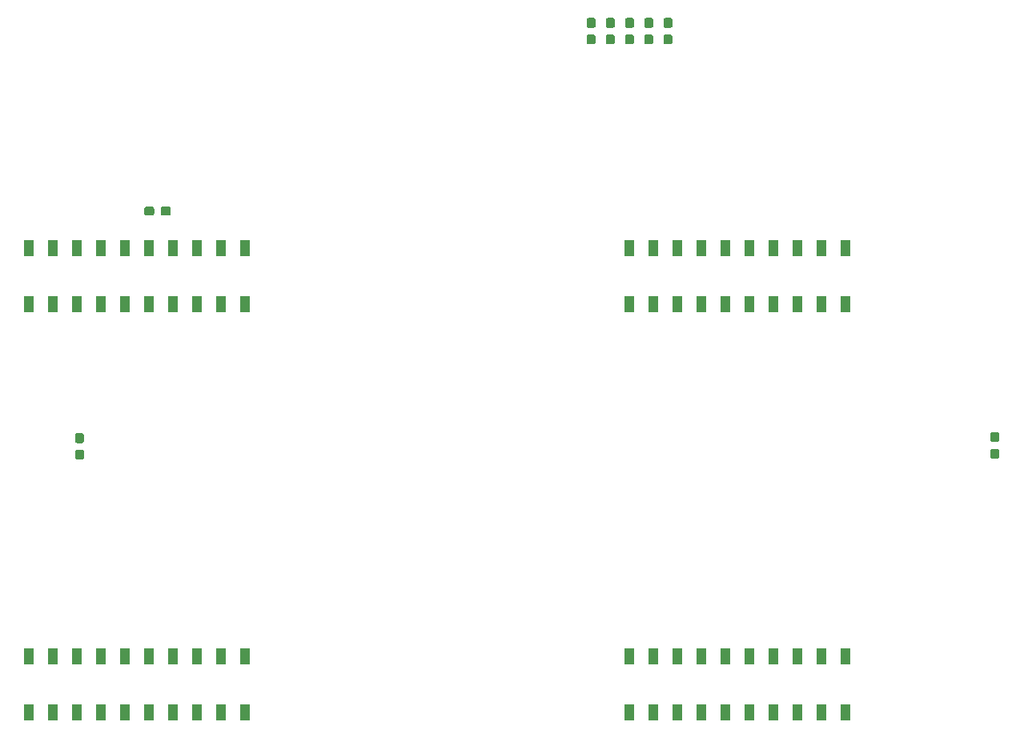
<source format=gbr>
G04 #@! TF.GenerationSoftware,KiCad,Pcbnew,(5.0.0)*
G04 #@! TF.CreationDate,2018-12-18T22:35:00-06:00*
G04 #@! TF.ProjectId,ArmMotorController_Hardware,41726D4D6F746F72436F6E74726F6C6C,rev?*
G04 #@! TF.SameCoordinates,Original*
G04 #@! TF.FileFunction,Paste,Bot*
G04 #@! TF.FilePolarity,Positive*
%FSLAX46Y46*%
G04 Gerber Fmt 4.6, Leading zero omitted, Abs format (unit mm)*
G04 Created by KiCad (PCBNEW (5.0.0)) date 12/18/18 22:35:00*
%MOMM*%
%LPD*%
G01*
G04 APERTURE LIST*
%ADD10R,0.990600X1.778000*%
%ADD11C,0.100000*%
%ADD12C,0.950000*%
G04 APERTURE END LIST*
D10*
G04 #@! TO.C,U3*
X104140000Y-138836400D03*
X127000000Y-89763600D03*
X124460000Y-89763600D03*
X116840000Y-89763600D03*
X114300000Y-132943600D03*
X119380000Y-89763600D03*
X121920000Y-89763600D03*
X119380000Y-138836400D03*
X124460000Y-132943600D03*
X114300000Y-89763600D03*
X111760000Y-89763600D03*
X124460000Y-138836400D03*
X119380000Y-132943600D03*
X116840000Y-132943600D03*
X104140000Y-132943600D03*
X106680000Y-132943600D03*
X109220000Y-132943600D03*
X111760000Y-132943600D03*
X121920000Y-132943600D03*
X127000000Y-132943600D03*
X106680000Y-138836400D03*
X109220000Y-138836400D03*
X111760000Y-138836400D03*
X114300000Y-138836400D03*
X116840000Y-138836400D03*
X121920000Y-138836400D03*
X127000000Y-138836400D03*
X104140000Y-95656400D03*
X106680000Y-95656400D03*
X109220000Y-95656400D03*
X111760000Y-95656400D03*
X114300000Y-95656400D03*
X116840000Y-95656400D03*
X119380000Y-95656400D03*
X121920000Y-95656400D03*
X124460000Y-95656400D03*
X127000000Y-95656400D03*
X104140000Y-89763600D03*
X106680000Y-89763600D03*
X109220000Y-89763600D03*
X40640000Y-132943600D03*
X43180000Y-132943600D03*
X45720000Y-132943600D03*
X48260000Y-132943600D03*
X50800000Y-132943600D03*
X53340000Y-132943600D03*
X55880000Y-132943600D03*
X58420000Y-132943600D03*
X60960000Y-132943600D03*
X63500000Y-132943600D03*
X40640000Y-138836400D03*
X43180000Y-138836400D03*
X45720000Y-138836400D03*
X48260000Y-138836400D03*
X50800000Y-138836400D03*
X53340000Y-138836400D03*
X55880000Y-138836400D03*
X58420000Y-138836400D03*
X60960000Y-138836400D03*
X63500000Y-138836400D03*
X40640000Y-95656400D03*
X43180000Y-95656400D03*
X45720000Y-95656400D03*
X48260000Y-95656400D03*
X50800000Y-95656400D03*
X53340000Y-95656400D03*
X55880000Y-95656400D03*
X58420000Y-95656400D03*
X60960000Y-95656400D03*
X63500000Y-95656400D03*
X40640000Y-89763600D03*
X43180000Y-89763600D03*
X45720000Y-89763600D03*
X48260000Y-89763600D03*
X50800000Y-89763600D03*
X53340000Y-89763600D03*
X55880000Y-89763600D03*
X58420000Y-89763600D03*
X60960000Y-89763600D03*
X63500000Y-89763600D03*
G04 #@! TD*
D11*
G04 #@! TO.C,C5*
G36*
X104400779Y-67167144D02*
X104423834Y-67170563D01*
X104446443Y-67176227D01*
X104468387Y-67184079D01*
X104489457Y-67194044D01*
X104509448Y-67206026D01*
X104528168Y-67219910D01*
X104545438Y-67235562D01*
X104561090Y-67252832D01*
X104574974Y-67271552D01*
X104586956Y-67291543D01*
X104596921Y-67312613D01*
X104604773Y-67334557D01*
X104610437Y-67357166D01*
X104613856Y-67380221D01*
X104615000Y-67403500D01*
X104615000Y-67978500D01*
X104613856Y-68001779D01*
X104610437Y-68024834D01*
X104604773Y-68047443D01*
X104596921Y-68069387D01*
X104586956Y-68090457D01*
X104574974Y-68110448D01*
X104561090Y-68129168D01*
X104545438Y-68146438D01*
X104528168Y-68162090D01*
X104509448Y-68175974D01*
X104489457Y-68187956D01*
X104468387Y-68197921D01*
X104446443Y-68205773D01*
X104423834Y-68211437D01*
X104400779Y-68214856D01*
X104377500Y-68216000D01*
X103902500Y-68216000D01*
X103879221Y-68214856D01*
X103856166Y-68211437D01*
X103833557Y-68205773D01*
X103811613Y-68197921D01*
X103790543Y-68187956D01*
X103770552Y-68175974D01*
X103751832Y-68162090D01*
X103734562Y-68146438D01*
X103718910Y-68129168D01*
X103705026Y-68110448D01*
X103693044Y-68090457D01*
X103683079Y-68069387D01*
X103675227Y-68047443D01*
X103669563Y-68024834D01*
X103666144Y-68001779D01*
X103665000Y-67978500D01*
X103665000Y-67403500D01*
X103666144Y-67380221D01*
X103669563Y-67357166D01*
X103675227Y-67334557D01*
X103683079Y-67312613D01*
X103693044Y-67291543D01*
X103705026Y-67271552D01*
X103718910Y-67252832D01*
X103734562Y-67235562D01*
X103751832Y-67219910D01*
X103770552Y-67206026D01*
X103790543Y-67194044D01*
X103811613Y-67184079D01*
X103833557Y-67176227D01*
X103856166Y-67170563D01*
X103879221Y-67167144D01*
X103902500Y-67166000D01*
X104377500Y-67166000D01*
X104400779Y-67167144D01*
X104400779Y-67167144D01*
G37*
D12*
X104140000Y-67691000D03*
D11*
G36*
X104400779Y-65417144D02*
X104423834Y-65420563D01*
X104446443Y-65426227D01*
X104468387Y-65434079D01*
X104489457Y-65444044D01*
X104509448Y-65456026D01*
X104528168Y-65469910D01*
X104545438Y-65485562D01*
X104561090Y-65502832D01*
X104574974Y-65521552D01*
X104586956Y-65541543D01*
X104596921Y-65562613D01*
X104604773Y-65584557D01*
X104610437Y-65607166D01*
X104613856Y-65630221D01*
X104615000Y-65653500D01*
X104615000Y-66228500D01*
X104613856Y-66251779D01*
X104610437Y-66274834D01*
X104604773Y-66297443D01*
X104596921Y-66319387D01*
X104586956Y-66340457D01*
X104574974Y-66360448D01*
X104561090Y-66379168D01*
X104545438Y-66396438D01*
X104528168Y-66412090D01*
X104509448Y-66425974D01*
X104489457Y-66437956D01*
X104468387Y-66447921D01*
X104446443Y-66455773D01*
X104423834Y-66461437D01*
X104400779Y-66464856D01*
X104377500Y-66466000D01*
X103902500Y-66466000D01*
X103879221Y-66464856D01*
X103856166Y-66461437D01*
X103833557Y-66455773D01*
X103811613Y-66447921D01*
X103790543Y-66437956D01*
X103770552Y-66425974D01*
X103751832Y-66412090D01*
X103734562Y-66396438D01*
X103718910Y-66379168D01*
X103705026Y-66360448D01*
X103693044Y-66340457D01*
X103683079Y-66319387D01*
X103675227Y-66297443D01*
X103669563Y-66274834D01*
X103666144Y-66251779D01*
X103665000Y-66228500D01*
X103665000Y-65653500D01*
X103666144Y-65630221D01*
X103669563Y-65607166D01*
X103675227Y-65584557D01*
X103683079Y-65562613D01*
X103693044Y-65541543D01*
X103705026Y-65521552D01*
X103718910Y-65502832D01*
X103734562Y-65485562D01*
X103751832Y-65469910D01*
X103770552Y-65456026D01*
X103790543Y-65444044D01*
X103811613Y-65434079D01*
X103833557Y-65426227D01*
X103856166Y-65420563D01*
X103879221Y-65417144D01*
X103902500Y-65416000D01*
X104377500Y-65416000D01*
X104400779Y-65417144D01*
X104400779Y-65417144D01*
G37*
D12*
X104140000Y-65941000D03*
G04 #@! TD*
D11*
G04 #@! TO.C,C1*
G36*
X108464779Y-67167144D02*
X108487834Y-67170563D01*
X108510443Y-67176227D01*
X108532387Y-67184079D01*
X108553457Y-67194044D01*
X108573448Y-67206026D01*
X108592168Y-67219910D01*
X108609438Y-67235562D01*
X108625090Y-67252832D01*
X108638974Y-67271552D01*
X108650956Y-67291543D01*
X108660921Y-67312613D01*
X108668773Y-67334557D01*
X108674437Y-67357166D01*
X108677856Y-67380221D01*
X108679000Y-67403500D01*
X108679000Y-67978500D01*
X108677856Y-68001779D01*
X108674437Y-68024834D01*
X108668773Y-68047443D01*
X108660921Y-68069387D01*
X108650956Y-68090457D01*
X108638974Y-68110448D01*
X108625090Y-68129168D01*
X108609438Y-68146438D01*
X108592168Y-68162090D01*
X108573448Y-68175974D01*
X108553457Y-68187956D01*
X108532387Y-68197921D01*
X108510443Y-68205773D01*
X108487834Y-68211437D01*
X108464779Y-68214856D01*
X108441500Y-68216000D01*
X107966500Y-68216000D01*
X107943221Y-68214856D01*
X107920166Y-68211437D01*
X107897557Y-68205773D01*
X107875613Y-68197921D01*
X107854543Y-68187956D01*
X107834552Y-68175974D01*
X107815832Y-68162090D01*
X107798562Y-68146438D01*
X107782910Y-68129168D01*
X107769026Y-68110448D01*
X107757044Y-68090457D01*
X107747079Y-68069387D01*
X107739227Y-68047443D01*
X107733563Y-68024834D01*
X107730144Y-68001779D01*
X107729000Y-67978500D01*
X107729000Y-67403500D01*
X107730144Y-67380221D01*
X107733563Y-67357166D01*
X107739227Y-67334557D01*
X107747079Y-67312613D01*
X107757044Y-67291543D01*
X107769026Y-67271552D01*
X107782910Y-67252832D01*
X107798562Y-67235562D01*
X107815832Y-67219910D01*
X107834552Y-67206026D01*
X107854543Y-67194044D01*
X107875613Y-67184079D01*
X107897557Y-67176227D01*
X107920166Y-67170563D01*
X107943221Y-67167144D01*
X107966500Y-67166000D01*
X108441500Y-67166000D01*
X108464779Y-67167144D01*
X108464779Y-67167144D01*
G37*
D12*
X108204000Y-67691000D03*
D11*
G36*
X108464779Y-65417144D02*
X108487834Y-65420563D01*
X108510443Y-65426227D01*
X108532387Y-65434079D01*
X108553457Y-65444044D01*
X108573448Y-65456026D01*
X108592168Y-65469910D01*
X108609438Y-65485562D01*
X108625090Y-65502832D01*
X108638974Y-65521552D01*
X108650956Y-65541543D01*
X108660921Y-65562613D01*
X108668773Y-65584557D01*
X108674437Y-65607166D01*
X108677856Y-65630221D01*
X108679000Y-65653500D01*
X108679000Y-66228500D01*
X108677856Y-66251779D01*
X108674437Y-66274834D01*
X108668773Y-66297443D01*
X108660921Y-66319387D01*
X108650956Y-66340457D01*
X108638974Y-66360448D01*
X108625090Y-66379168D01*
X108609438Y-66396438D01*
X108592168Y-66412090D01*
X108573448Y-66425974D01*
X108553457Y-66437956D01*
X108532387Y-66447921D01*
X108510443Y-66455773D01*
X108487834Y-66461437D01*
X108464779Y-66464856D01*
X108441500Y-66466000D01*
X107966500Y-66466000D01*
X107943221Y-66464856D01*
X107920166Y-66461437D01*
X107897557Y-66455773D01*
X107875613Y-66447921D01*
X107854543Y-66437956D01*
X107834552Y-66425974D01*
X107815832Y-66412090D01*
X107798562Y-66396438D01*
X107782910Y-66379168D01*
X107769026Y-66360448D01*
X107757044Y-66340457D01*
X107747079Y-66319387D01*
X107739227Y-66297443D01*
X107733563Y-66274834D01*
X107730144Y-66251779D01*
X107729000Y-66228500D01*
X107729000Y-65653500D01*
X107730144Y-65630221D01*
X107733563Y-65607166D01*
X107739227Y-65584557D01*
X107747079Y-65562613D01*
X107757044Y-65541543D01*
X107769026Y-65521552D01*
X107782910Y-65502832D01*
X107798562Y-65485562D01*
X107815832Y-65469910D01*
X107834552Y-65456026D01*
X107854543Y-65444044D01*
X107875613Y-65434079D01*
X107897557Y-65426227D01*
X107920166Y-65420563D01*
X107943221Y-65417144D01*
X107966500Y-65416000D01*
X108441500Y-65416000D01*
X108464779Y-65417144D01*
X108464779Y-65417144D01*
G37*
D12*
X108204000Y-65941000D03*
G04 #@! TD*
D11*
G04 #@! TO.C,C6*
G36*
X102368779Y-65417144D02*
X102391834Y-65420563D01*
X102414443Y-65426227D01*
X102436387Y-65434079D01*
X102457457Y-65444044D01*
X102477448Y-65456026D01*
X102496168Y-65469910D01*
X102513438Y-65485562D01*
X102529090Y-65502832D01*
X102542974Y-65521552D01*
X102554956Y-65541543D01*
X102564921Y-65562613D01*
X102572773Y-65584557D01*
X102578437Y-65607166D01*
X102581856Y-65630221D01*
X102583000Y-65653500D01*
X102583000Y-66228500D01*
X102581856Y-66251779D01*
X102578437Y-66274834D01*
X102572773Y-66297443D01*
X102564921Y-66319387D01*
X102554956Y-66340457D01*
X102542974Y-66360448D01*
X102529090Y-66379168D01*
X102513438Y-66396438D01*
X102496168Y-66412090D01*
X102477448Y-66425974D01*
X102457457Y-66437956D01*
X102436387Y-66447921D01*
X102414443Y-66455773D01*
X102391834Y-66461437D01*
X102368779Y-66464856D01*
X102345500Y-66466000D01*
X101870500Y-66466000D01*
X101847221Y-66464856D01*
X101824166Y-66461437D01*
X101801557Y-66455773D01*
X101779613Y-66447921D01*
X101758543Y-66437956D01*
X101738552Y-66425974D01*
X101719832Y-66412090D01*
X101702562Y-66396438D01*
X101686910Y-66379168D01*
X101673026Y-66360448D01*
X101661044Y-66340457D01*
X101651079Y-66319387D01*
X101643227Y-66297443D01*
X101637563Y-66274834D01*
X101634144Y-66251779D01*
X101633000Y-66228500D01*
X101633000Y-65653500D01*
X101634144Y-65630221D01*
X101637563Y-65607166D01*
X101643227Y-65584557D01*
X101651079Y-65562613D01*
X101661044Y-65541543D01*
X101673026Y-65521552D01*
X101686910Y-65502832D01*
X101702562Y-65485562D01*
X101719832Y-65469910D01*
X101738552Y-65456026D01*
X101758543Y-65444044D01*
X101779613Y-65434079D01*
X101801557Y-65426227D01*
X101824166Y-65420563D01*
X101847221Y-65417144D01*
X101870500Y-65416000D01*
X102345500Y-65416000D01*
X102368779Y-65417144D01*
X102368779Y-65417144D01*
G37*
D12*
X102108000Y-65941000D03*
D11*
G36*
X102368779Y-67167144D02*
X102391834Y-67170563D01*
X102414443Y-67176227D01*
X102436387Y-67184079D01*
X102457457Y-67194044D01*
X102477448Y-67206026D01*
X102496168Y-67219910D01*
X102513438Y-67235562D01*
X102529090Y-67252832D01*
X102542974Y-67271552D01*
X102554956Y-67291543D01*
X102564921Y-67312613D01*
X102572773Y-67334557D01*
X102578437Y-67357166D01*
X102581856Y-67380221D01*
X102583000Y-67403500D01*
X102583000Y-67978500D01*
X102581856Y-68001779D01*
X102578437Y-68024834D01*
X102572773Y-68047443D01*
X102564921Y-68069387D01*
X102554956Y-68090457D01*
X102542974Y-68110448D01*
X102529090Y-68129168D01*
X102513438Y-68146438D01*
X102496168Y-68162090D01*
X102477448Y-68175974D01*
X102457457Y-68187956D01*
X102436387Y-68197921D01*
X102414443Y-68205773D01*
X102391834Y-68211437D01*
X102368779Y-68214856D01*
X102345500Y-68216000D01*
X101870500Y-68216000D01*
X101847221Y-68214856D01*
X101824166Y-68211437D01*
X101801557Y-68205773D01*
X101779613Y-68197921D01*
X101758543Y-68187956D01*
X101738552Y-68175974D01*
X101719832Y-68162090D01*
X101702562Y-68146438D01*
X101686910Y-68129168D01*
X101673026Y-68110448D01*
X101661044Y-68090457D01*
X101651079Y-68069387D01*
X101643227Y-68047443D01*
X101637563Y-68024834D01*
X101634144Y-68001779D01*
X101633000Y-67978500D01*
X101633000Y-67403500D01*
X101634144Y-67380221D01*
X101637563Y-67357166D01*
X101643227Y-67334557D01*
X101651079Y-67312613D01*
X101661044Y-67291543D01*
X101673026Y-67271552D01*
X101686910Y-67252832D01*
X101702562Y-67235562D01*
X101719832Y-67219910D01*
X101738552Y-67206026D01*
X101758543Y-67194044D01*
X101779613Y-67184079D01*
X101801557Y-67176227D01*
X101824166Y-67170563D01*
X101847221Y-67167144D01*
X101870500Y-67166000D01*
X102345500Y-67166000D01*
X102368779Y-67167144D01*
X102368779Y-67167144D01*
G37*
D12*
X102108000Y-67691000D03*
G04 #@! TD*
D11*
G04 #@! TO.C,C4*
G36*
X106432779Y-65417144D02*
X106455834Y-65420563D01*
X106478443Y-65426227D01*
X106500387Y-65434079D01*
X106521457Y-65444044D01*
X106541448Y-65456026D01*
X106560168Y-65469910D01*
X106577438Y-65485562D01*
X106593090Y-65502832D01*
X106606974Y-65521552D01*
X106618956Y-65541543D01*
X106628921Y-65562613D01*
X106636773Y-65584557D01*
X106642437Y-65607166D01*
X106645856Y-65630221D01*
X106647000Y-65653500D01*
X106647000Y-66228500D01*
X106645856Y-66251779D01*
X106642437Y-66274834D01*
X106636773Y-66297443D01*
X106628921Y-66319387D01*
X106618956Y-66340457D01*
X106606974Y-66360448D01*
X106593090Y-66379168D01*
X106577438Y-66396438D01*
X106560168Y-66412090D01*
X106541448Y-66425974D01*
X106521457Y-66437956D01*
X106500387Y-66447921D01*
X106478443Y-66455773D01*
X106455834Y-66461437D01*
X106432779Y-66464856D01*
X106409500Y-66466000D01*
X105934500Y-66466000D01*
X105911221Y-66464856D01*
X105888166Y-66461437D01*
X105865557Y-66455773D01*
X105843613Y-66447921D01*
X105822543Y-66437956D01*
X105802552Y-66425974D01*
X105783832Y-66412090D01*
X105766562Y-66396438D01*
X105750910Y-66379168D01*
X105737026Y-66360448D01*
X105725044Y-66340457D01*
X105715079Y-66319387D01*
X105707227Y-66297443D01*
X105701563Y-66274834D01*
X105698144Y-66251779D01*
X105697000Y-66228500D01*
X105697000Y-65653500D01*
X105698144Y-65630221D01*
X105701563Y-65607166D01*
X105707227Y-65584557D01*
X105715079Y-65562613D01*
X105725044Y-65541543D01*
X105737026Y-65521552D01*
X105750910Y-65502832D01*
X105766562Y-65485562D01*
X105783832Y-65469910D01*
X105802552Y-65456026D01*
X105822543Y-65444044D01*
X105843613Y-65434079D01*
X105865557Y-65426227D01*
X105888166Y-65420563D01*
X105911221Y-65417144D01*
X105934500Y-65416000D01*
X106409500Y-65416000D01*
X106432779Y-65417144D01*
X106432779Y-65417144D01*
G37*
D12*
X106172000Y-65941000D03*
D11*
G36*
X106432779Y-67167144D02*
X106455834Y-67170563D01*
X106478443Y-67176227D01*
X106500387Y-67184079D01*
X106521457Y-67194044D01*
X106541448Y-67206026D01*
X106560168Y-67219910D01*
X106577438Y-67235562D01*
X106593090Y-67252832D01*
X106606974Y-67271552D01*
X106618956Y-67291543D01*
X106628921Y-67312613D01*
X106636773Y-67334557D01*
X106642437Y-67357166D01*
X106645856Y-67380221D01*
X106647000Y-67403500D01*
X106647000Y-67978500D01*
X106645856Y-68001779D01*
X106642437Y-68024834D01*
X106636773Y-68047443D01*
X106628921Y-68069387D01*
X106618956Y-68090457D01*
X106606974Y-68110448D01*
X106593090Y-68129168D01*
X106577438Y-68146438D01*
X106560168Y-68162090D01*
X106541448Y-68175974D01*
X106521457Y-68187956D01*
X106500387Y-68197921D01*
X106478443Y-68205773D01*
X106455834Y-68211437D01*
X106432779Y-68214856D01*
X106409500Y-68216000D01*
X105934500Y-68216000D01*
X105911221Y-68214856D01*
X105888166Y-68211437D01*
X105865557Y-68205773D01*
X105843613Y-68197921D01*
X105822543Y-68187956D01*
X105802552Y-68175974D01*
X105783832Y-68162090D01*
X105766562Y-68146438D01*
X105750910Y-68129168D01*
X105737026Y-68110448D01*
X105725044Y-68090457D01*
X105715079Y-68069387D01*
X105707227Y-68047443D01*
X105701563Y-68024834D01*
X105698144Y-68001779D01*
X105697000Y-67978500D01*
X105697000Y-67403500D01*
X105698144Y-67380221D01*
X105701563Y-67357166D01*
X105707227Y-67334557D01*
X105715079Y-67312613D01*
X105725044Y-67291543D01*
X105737026Y-67271552D01*
X105750910Y-67252832D01*
X105766562Y-67235562D01*
X105783832Y-67219910D01*
X105802552Y-67206026D01*
X105822543Y-67194044D01*
X105843613Y-67184079D01*
X105865557Y-67176227D01*
X105888166Y-67170563D01*
X105911221Y-67167144D01*
X105934500Y-67166000D01*
X106409500Y-67166000D01*
X106432779Y-67167144D01*
X106432779Y-67167144D01*
G37*
D12*
X106172000Y-67691000D03*
G04 #@! TD*
D11*
G04 #@! TO.C,C10*
G36*
X143008779Y-109232144D02*
X143031834Y-109235563D01*
X143054443Y-109241227D01*
X143076387Y-109249079D01*
X143097457Y-109259044D01*
X143117448Y-109271026D01*
X143136168Y-109284910D01*
X143153438Y-109300562D01*
X143169090Y-109317832D01*
X143182974Y-109336552D01*
X143194956Y-109356543D01*
X143204921Y-109377613D01*
X143212773Y-109399557D01*
X143218437Y-109422166D01*
X143221856Y-109445221D01*
X143223000Y-109468500D01*
X143223000Y-110043500D01*
X143221856Y-110066779D01*
X143218437Y-110089834D01*
X143212773Y-110112443D01*
X143204921Y-110134387D01*
X143194956Y-110155457D01*
X143182974Y-110175448D01*
X143169090Y-110194168D01*
X143153438Y-110211438D01*
X143136168Y-110227090D01*
X143117448Y-110240974D01*
X143097457Y-110252956D01*
X143076387Y-110262921D01*
X143054443Y-110270773D01*
X143031834Y-110276437D01*
X143008779Y-110279856D01*
X142985500Y-110281000D01*
X142510500Y-110281000D01*
X142487221Y-110279856D01*
X142464166Y-110276437D01*
X142441557Y-110270773D01*
X142419613Y-110262921D01*
X142398543Y-110252956D01*
X142378552Y-110240974D01*
X142359832Y-110227090D01*
X142342562Y-110211438D01*
X142326910Y-110194168D01*
X142313026Y-110175448D01*
X142301044Y-110155457D01*
X142291079Y-110134387D01*
X142283227Y-110112443D01*
X142277563Y-110089834D01*
X142274144Y-110066779D01*
X142273000Y-110043500D01*
X142273000Y-109468500D01*
X142274144Y-109445221D01*
X142277563Y-109422166D01*
X142283227Y-109399557D01*
X142291079Y-109377613D01*
X142301044Y-109356543D01*
X142313026Y-109336552D01*
X142326910Y-109317832D01*
X142342562Y-109300562D01*
X142359832Y-109284910D01*
X142378552Y-109271026D01*
X142398543Y-109259044D01*
X142419613Y-109249079D01*
X142441557Y-109241227D01*
X142464166Y-109235563D01*
X142487221Y-109232144D01*
X142510500Y-109231000D01*
X142985500Y-109231000D01*
X143008779Y-109232144D01*
X143008779Y-109232144D01*
G37*
D12*
X142748000Y-109756000D03*
D11*
G36*
X143008779Y-110982144D02*
X143031834Y-110985563D01*
X143054443Y-110991227D01*
X143076387Y-110999079D01*
X143097457Y-111009044D01*
X143117448Y-111021026D01*
X143136168Y-111034910D01*
X143153438Y-111050562D01*
X143169090Y-111067832D01*
X143182974Y-111086552D01*
X143194956Y-111106543D01*
X143204921Y-111127613D01*
X143212773Y-111149557D01*
X143218437Y-111172166D01*
X143221856Y-111195221D01*
X143223000Y-111218500D01*
X143223000Y-111793500D01*
X143221856Y-111816779D01*
X143218437Y-111839834D01*
X143212773Y-111862443D01*
X143204921Y-111884387D01*
X143194956Y-111905457D01*
X143182974Y-111925448D01*
X143169090Y-111944168D01*
X143153438Y-111961438D01*
X143136168Y-111977090D01*
X143117448Y-111990974D01*
X143097457Y-112002956D01*
X143076387Y-112012921D01*
X143054443Y-112020773D01*
X143031834Y-112026437D01*
X143008779Y-112029856D01*
X142985500Y-112031000D01*
X142510500Y-112031000D01*
X142487221Y-112029856D01*
X142464166Y-112026437D01*
X142441557Y-112020773D01*
X142419613Y-112012921D01*
X142398543Y-112002956D01*
X142378552Y-111990974D01*
X142359832Y-111977090D01*
X142342562Y-111961438D01*
X142326910Y-111944168D01*
X142313026Y-111925448D01*
X142301044Y-111905457D01*
X142291079Y-111884387D01*
X142283227Y-111862443D01*
X142277563Y-111839834D01*
X142274144Y-111816779D01*
X142273000Y-111793500D01*
X142273000Y-111218500D01*
X142274144Y-111195221D01*
X142277563Y-111172166D01*
X142283227Y-111149557D01*
X142291079Y-111127613D01*
X142301044Y-111106543D01*
X142313026Y-111086552D01*
X142326910Y-111067832D01*
X142342562Y-111050562D01*
X142359832Y-111034910D01*
X142378552Y-111021026D01*
X142398543Y-111009044D01*
X142419613Y-110999079D01*
X142441557Y-110991227D01*
X142464166Y-110985563D01*
X142487221Y-110982144D01*
X142510500Y-110981000D01*
X142985500Y-110981000D01*
X143008779Y-110982144D01*
X143008779Y-110982144D01*
G37*
D12*
X142748000Y-111506000D03*
G04 #@! TD*
D11*
G04 #@! TO.C,C9*
G36*
X100336779Y-67167144D02*
X100359834Y-67170563D01*
X100382443Y-67176227D01*
X100404387Y-67184079D01*
X100425457Y-67194044D01*
X100445448Y-67206026D01*
X100464168Y-67219910D01*
X100481438Y-67235562D01*
X100497090Y-67252832D01*
X100510974Y-67271552D01*
X100522956Y-67291543D01*
X100532921Y-67312613D01*
X100540773Y-67334557D01*
X100546437Y-67357166D01*
X100549856Y-67380221D01*
X100551000Y-67403500D01*
X100551000Y-67978500D01*
X100549856Y-68001779D01*
X100546437Y-68024834D01*
X100540773Y-68047443D01*
X100532921Y-68069387D01*
X100522956Y-68090457D01*
X100510974Y-68110448D01*
X100497090Y-68129168D01*
X100481438Y-68146438D01*
X100464168Y-68162090D01*
X100445448Y-68175974D01*
X100425457Y-68187956D01*
X100404387Y-68197921D01*
X100382443Y-68205773D01*
X100359834Y-68211437D01*
X100336779Y-68214856D01*
X100313500Y-68216000D01*
X99838500Y-68216000D01*
X99815221Y-68214856D01*
X99792166Y-68211437D01*
X99769557Y-68205773D01*
X99747613Y-68197921D01*
X99726543Y-68187956D01*
X99706552Y-68175974D01*
X99687832Y-68162090D01*
X99670562Y-68146438D01*
X99654910Y-68129168D01*
X99641026Y-68110448D01*
X99629044Y-68090457D01*
X99619079Y-68069387D01*
X99611227Y-68047443D01*
X99605563Y-68024834D01*
X99602144Y-68001779D01*
X99601000Y-67978500D01*
X99601000Y-67403500D01*
X99602144Y-67380221D01*
X99605563Y-67357166D01*
X99611227Y-67334557D01*
X99619079Y-67312613D01*
X99629044Y-67291543D01*
X99641026Y-67271552D01*
X99654910Y-67252832D01*
X99670562Y-67235562D01*
X99687832Y-67219910D01*
X99706552Y-67206026D01*
X99726543Y-67194044D01*
X99747613Y-67184079D01*
X99769557Y-67176227D01*
X99792166Y-67170563D01*
X99815221Y-67167144D01*
X99838500Y-67166000D01*
X100313500Y-67166000D01*
X100336779Y-67167144D01*
X100336779Y-67167144D01*
G37*
D12*
X100076000Y-67691000D03*
D11*
G36*
X100336779Y-65417144D02*
X100359834Y-65420563D01*
X100382443Y-65426227D01*
X100404387Y-65434079D01*
X100425457Y-65444044D01*
X100445448Y-65456026D01*
X100464168Y-65469910D01*
X100481438Y-65485562D01*
X100497090Y-65502832D01*
X100510974Y-65521552D01*
X100522956Y-65541543D01*
X100532921Y-65562613D01*
X100540773Y-65584557D01*
X100546437Y-65607166D01*
X100549856Y-65630221D01*
X100551000Y-65653500D01*
X100551000Y-66228500D01*
X100549856Y-66251779D01*
X100546437Y-66274834D01*
X100540773Y-66297443D01*
X100532921Y-66319387D01*
X100522956Y-66340457D01*
X100510974Y-66360448D01*
X100497090Y-66379168D01*
X100481438Y-66396438D01*
X100464168Y-66412090D01*
X100445448Y-66425974D01*
X100425457Y-66437956D01*
X100404387Y-66447921D01*
X100382443Y-66455773D01*
X100359834Y-66461437D01*
X100336779Y-66464856D01*
X100313500Y-66466000D01*
X99838500Y-66466000D01*
X99815221Y-66464856D01*
X99792166Y-66461437D01*
X99769557Y-66455773D01*
X99747613Y-66447921D01*
X99726543Y-66437956D01*
X99706552Y-66425974D01*
X99687832Y-66412090D01*
X99670562Y-66396438D01*
X99654910Y-66379168D01*
X99641026Y-66360448D01*
X99629044Y-66340457D01*
X99619079Y-66319387D01*
X99611227Y-66297443D01*
X99605563Y-66274834D01*
X99602144Y-66251779D01*
X99601000Y-66228500D01*
X99601000Y-65653500D01*
X99602144Y-65630221D01*
X99605563Y-65607166D01*
X99611227Y-65584557D01*
X99619079Y-65562613D01*
X99629044Y-65541543D01*
X99641026Y-65521552D01*
X99654910Y-65502832D01*
X99670562Y-65485562D01*
X99687832Y-65469910D01*
X99706552Y-65456026D01*
X99726543Y-65444044D01*
X99747613Y-65434079D01*
X99769557Y-65426227D01*
X99792166Y-65420563D01*
X99815221Y-65417144D01*
X99838500Y-65416000D01*
X100313500Y-65416000D01*
X100336779Y-65417144D01*
X100336779Y-65417144D01*
G37*
D12*
X100076000Y-65941000D03*
G04 #@! TD*
D11*
G04 #@! TO.C,D18*
G36*
X53650779Y-85378144D02*
X53673834Y-85381563D01*
X53696443Y-85387227D01*
X53718387Y-85395079D01*
X53739457Y-85405044D01*
X53759448Y-85417026D01*
X53778168Y-85430910D01*
X53795438Y-85446562D01*
X53811090Y-85463832D01*
X53824974Y-85482552D01*
X53836956Y-85502543D01*
X53846921Y-85523613D01*
X53854773Y-85545557D01*
X53860437Y-85568166D01*
X53863856Y-85591221D01*
X53865000Y-85614500D01*
X53865000Y-86089500D01*
X53863856Y-86112779D01*
X53860437Y-86135834D01*
X53854773Y-86158443D01*
X53846921Y-86180387D01*
X53836956Y-86201457D01*
X53824974Y-86221448D01*
X53811090Y-86240168D01*
X53795438Y-86257438D01*
X53778168Y-86273090D01*
X53759448Y-86286974D01*
X53739457Y-86298956D01*
X53718387Y-86308921D01*
X53696443Y-86316773D01*
X53673834Y-86322437D01*
X53650779Y-86325856D01*
X53627500Y-86327000D01*
X53052500Y-86327000D01*
X53029221Y-86325856D01*
X53006166Y-86322437D01*
X52983557Y-86316773D01*
X52961613Y-86308921D01*
X52940543Y-86298956D01*
X52920552Y-86286974D01*
X52901832Y-86273090D01*
X52884562Y-86257438D01*
X52868910Y-86240168D01*
X52855026Y-86221448D01*
X52843044Y-86201457D01*
X52833079Y-86180387D01*
X52825227Y-86158443D01*
X52819563Y-86135834D01*
X52816144Y-86112779D01*
X52815000Y-86089500D01*
X52815000Y-85614500D01*
X52816144Y-85591221D01*
X52819563Y-85568166D01*
X52825227Y-85545557D01*
X52833079Y-85523613D01*
X52843044Y-85502543D01*
X52855026Y-85482552D01*
X52868910Y-85463832D01*
X52884562Y-85446562D01*
X52901832Y-85430910D01*
X52920552Y-85417026D01*
X52940543Y-85405044D01*
X52961613Y-85395079D01*
X52983557Y-85387227D01*
X53006166Y-85381563D01*
X53029221Y-85378144D01*
X53052500Y-85377000D01*
X53627500Y-85377000D01*
X53650779Y-85378144D01*
X53650779Y-85378144D01*
G37*
D12*
X53340000Y-85852000D03*
D11*
G36*
X55400779Y-85378144D02*
X55423834Y-85381563D01*
X55446443Y-85387227D01*
X55468387Y-85395079D01*
X55489457Y-85405044D01*
X55509448Y-85417026D01*
X55528168Y-85430910D01*
X55545438Y-85446562D01*
X55561090Y-85463832D01*
X55574974Y-85482552D01*
X55586956Y-85502543D01*
X55596921Y-85523613D01*
X55604773Y-85545557D01*
X55610437Y-85568166D01*
X55613856Y-85591221D01*
X55615000Y-85614500D01*
X55615000Y-86089500D01*
X55613856Y-86112779D01*
X55610437Y-86135834D01*
X55604773Y-86158443D01*
X55596921Y-86180387D01*
X55586956Y-86201457D01*
X55574974Y-86221448D01*
X55561090Y-86240168D01*
X55545438Y-86257438D01*
X55528168Y-86273090D01*
X55509448Y-86286974D01*
X55489457Y-86298956D01*
X55468387Y-86308921D01*
X55446443Y-86316773D01*
X55423834Y-86322437D01*
X55400779Y-86325856D01*
X55377500Y-86327000D01*
X54802500Y-86327000D01*
X54779221Y-86325856D01*
X54756166Y-86322437D01*
X54733557Y-86316773D01*
X54711613Y-86308921D01*
X54690543Y-86298956D01*
X54670552Y-86286974D01*
X54651832Y-86273090D01*
X54634562Y-86257438D01*
X54618910Y-86240168D01*
X54605026Y-86221448D01*
X54593044Y-86201457D01*
X54583079Y-86180387D01*
X54575227Y-86158443D01*
X54569563Y-86135834D01*
X54566144Y-86112779D01*
X54565000Y-86089500D01*
X54565000Y-85614500D01*
X54566144Y-85591221D01*
X54569563Y-85568166D01*
X54575227Y-85545557D01*
X54583079Y-85523613D01*
X54593044Y-85502543D01*
X54605026Y-85482552D01*
X54618910Y-85463832D01*
X54634562Y-85446562D01*
X54651832Y-85430910D01*
X54670552Y-85417026D01*
X54690543Y-85405044D01*
X54711613Y-85395079D01*
X54733557Y-85387227D01*
X54756166Y-85381563D01*
X54779221Y-85378144D01*
X54802500Y-85377000D01*
X55377500Y-85377000D01*
X55400779Y-85378144D01*
X55400779Y-85378144D01*
G37*
D12*
X55090000Y-85852000D03*
G04 #@! TD*
D11*
G04 #@! TO.C,R48*
G36*
X46234779Y-109345144D02*
X46257834Y-109348563D01*
X46280443Y-109354227D01*
X46302387Y-109362079D01*
X46323457Y-109372044D01*
X46343448Y-109384026D01*
X46362168Y-109397910D01*
X46379438Y-109413562D01*
X46395090Y-109430832D01*
X46408974Y-109449552D01*
X46420956Y-109469543D01*
X46430921Y-109490613D01*
X46438773Y-109512557D01*
X46444437Y-109535166D01*
X46447856Y-109558221D01*
X46449000Y-109581500D01*
X46449000Y-110156500D01*
X46447856Y-110179779D01*
X46444437Y-110202834D01*
X46438773Y-110225443D01*
X46430921Y-110247387D01*
X46420956Y-110268457D01*
X46408974Y-110288448D01*
X46395090Y-110307168D01*
X46379438Y-110324438D01*
X46362168Y-110340090D01*
X46343448Y-110353974D01*
X46323457Y-110365956D01*
X46302387Y-110375921D01*
X46280443Y-110383773D01*
X46257834Y-110389437D01*
X46234779Y-110392856D01*
X46211500Y-110394000D01*
X45736500Y-110394000D01*
X45713221Y-110392856D01*
X45690166Y-110389437D01*
X45667557Y-110383773D01*
X45645613Y-110375921D01*
X45624543Y-110365956D01*
X45604552Y-110353974D01*
X45585832Y-110340090D01*
X45568562Y-110324438D01*
X45552910Y-110307168D01*
X45539026Y-110288448D01*
X45527044Y-110268457D01*
X45517079Y-110247387D01*
X45509227Y-110225443D01*
X45503563Y-110202834D01*
X45500144Y-110179779D01*
X45499000Y-110156500D01*
X45499000Y-109581500D01*
X45500144Y-109558221D01*
X45503563Y-109535166D01*
X45509227Y-109512557D01*
X45517079Y-109490613D01*
X45527044Y-109469543D01*
X45539026Y-109449552D01*
X45552910Y-109430832D01*
X45568562Y-109413562D01*
X45585832Y-109397910D01*
X45604552Y-109384026D01*
X45624543Y-109372044D01*
X45645613Y-109362079D01*
X45667557Y-109354227D01*
X45690166Y-109348563D01*
X45713221Y-109345144D01*
X45736500Y-109344000D01*
X46211500Y-109344000D01*
X46234779Y-109345144D01*
X46234779Y-109345144D01*
G37*
D12*
X45974000Y-109869000D03*
D11*
G36*
X46234779Y-111095144D02*
X46257834Y-111098563D01*
X46280443Y-111104227D01*
X46302387Y-111112079D01*
X46323457Y-111122044D01*
X46343448Y-111134026D01*
X46362168Y-111147910D01*
X46379438Y-111163562D01*
X46395090Y-111180832D01*
X46408974Y-111199552D01*
X46420956Y-111219543D01*
X46430921Y-111240613D01*
X46438773Y-111262557D01*
X46444437Y-111285166D01*
X46447856Y-111308221D01*
X46449000Y-111331500D01*
X46449000Y-111906500D01*
X46447856Y-111929779D01*
X46444437Y-111952834D01*
X46438773Y-111975443D01*
X46430921Y-111997387D01*
X46420956Y-112018457D01*
X46408974Y-112038448D01*
X46395090Y-112057168D01*
X46379438Y-112074438D01*
X46362168Y-112090090D01*
X46343448Y-112103974D01*
X46323457Y-112115956D01*
X46302387Y-112125921D01*
X46280443Y-112133773D01*
X46257834Y-112139437D01*
X46234779Y-112142856D01*
X46211500Y-112144000D01*
X45736500Y-112144000D01*
X45713221Y-112142856D01*
X45690166Y-112139437D01*
X45667557Y-112133773D01*
X45645613Y-112125921D01*
X45624543Y-112115956D01*
X45604552Y-112103974D01*
X45585832Y-112090090D01*
X45568562Y-112074438D01*
X45552910Y-112057168D01*
X45539026Y-112038448D01*
X45527044Y-112018457D01*
X45517079Y-111997387D01*
X45509227Y-111975443D01*
X45503563Y-111952834D01*
X45500144Y-111929779D01*
X45499000Y-111906500D01*
X45499000Y-111331500D01*
X45500144Y-111308221D01*
X45503563Y-111285166D01*
X45509227Y-111262557D01*
X45517079Y-111240613D01*
X45527044Y-111219543D01*
X45539026Y-111199552D01*
X45552910Y-111180832D01*
X45568562Y-111163562D01*
X45585832Y-111147910D01*
X45604552Y-111134026D01*
X45624543Y-111122044D01*
X45645613Y-111112079D01*
X45667557Y-111104227D01*
X45690166Y-111098563D01*
X45713221Y-111095144D01*
X45736500Y-111094000D01*
X46211500Y-111094000D01*
X46234779Y-111095144D01*
X46234779Y-111095144D01*
G37*
D12*
X45974000Y-111619000D03*
G04 #@! TD*
M02*

</source>
